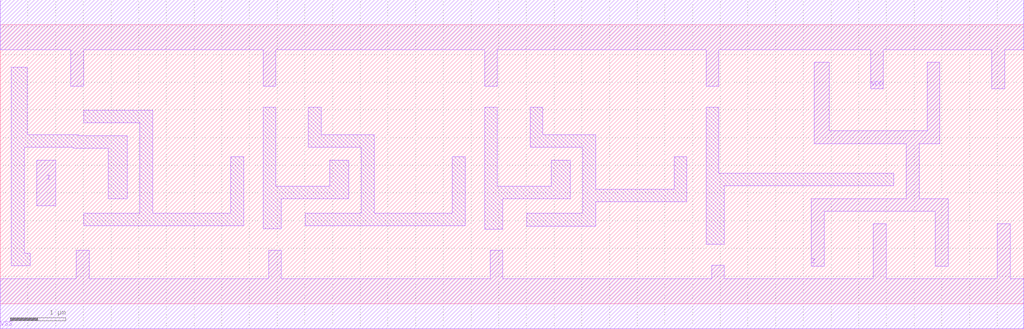
<source format=lef>
# Copyright 2022 GlobalFoundries PDK Authors
#
# Licensed under the Apache License, Version 2.0 (the "License");
# you may not use this file except in compliance with the License.
# You may obtain a copy of the License at
#
#      http://www.apache.org/licenses/LICENSE-2.0
#
# Unless required by applicable law or agreed to in writing, software
# distributed under the License is distributed on an "AS IS" BASIS,
# WITHOUT WARRANTIES OR CONDITIONS OF ANY KIND, either express or implied.
# See the License for the specific language governing permissions and
# limitations under the License.

MACRO gf180mcu_fd_sc_mcu9t5v0__dlyd_4
  CLASS core ;
  FOREIGN gf180mcu_fd_sc_mcu9t5v0__dlyd_4 0.0 0.0 ;
  ORIGIN 0 0 ;
  SYMMETRY X Y ;
  SITE GF018hv5v_green_sc9 ;
  SIZE 18.48 BY 5.04 ;
  PIN I
    DIRECTION INPUT ;
    ANTENNAGATEAREA 0.396 ;
    PORT
      LAYER METAL1 ;
        POLYGON 0.66 1.77 1 1.77 1 2.595 0.66 2.595  ;
    END
  END I
  PIN Z
    DIRECTION OUTPUT ;
    ANTENNADIFFAREA 3.825 ;
    PORT
      LAYER METAL1 ;
        POLYGON 14.695 2.89 16.13 2.89 16.36 2.89 16.36 1.9 14.645 1.9 14.645 0.68 14.875 0.68 14.875 1.67 16.885 1.67 16.885 0.68 17.115 0.68 17.115 1.9 16.59 1.9 16.59 2.89 16.965 2.89 16.965 4.36 16.735 4.36 16.735 3.12 16.13 3.12 14.97 3.12 14.97 4.36 14.695 4.36  ;
    END
  END Z
  PIN VDD
    DIRECTION INOUT ;
    USE power ;
    SHAPE ABUTMENT ;
    PORT
      LAYER METAL1 ;
        POLYGON 0 4.59 1.275 4.59 1.275 3.93 1.505 3.93 1.505 4.59 4.395 4.59 4.745 4.59 4.745 3.93 4.975 3.93 4.975 4.59 8.395 4.59 8.745 4.59 8.745 3.93 8.975 3.93 8.975 4.59 12.395 4.59 12.745 4.59 12.745 3.93 12.975 3.93 12.975 4.59 15.715 4.59 15.715 3.88 15.945 3.88 15.945 4.59 16.13 4.59 17.905 4.59 17.905 3.88 18.135 3.88 18.135 4.59 18.48 4.59 18.48 5.49 16.13 5.49 12.395 5.49 8.395 5.49 4.395 5.49 0 5.49  ;
    END
  END VDD
  PIN VSS
    DIRECTION INOUT ;
    USE ground ;
    SHAPE ABUTMENT ;
    PORT
      LAYER METAL1 ;
        POLYGON 0 -0.45 18.48 -0.45 18.48 0.45 18.235 0.45 18.235 1.44 18.005 1.44 18.005 0.45 15.995 0.45 15.995 1.44 15.765 1.44 15.765 0.45 13.075 0.45 13.075 0.695 12.845 0.695 12.845 0.45 9.075 0.45 9.075 0.965 8.845 0.965 8.845 0.45 5.075 0.45 5.075 0.97 4.845 0.97 4.845 0.45 1.605 0.45 1.605 0.97 1.375 0.97 1.375 0.45 0 0.45  ;
    END
  END VSS
  OBS
      LAYER METAL1 ;
        POLYGON 0.43 2.825 1.32 2.825 1.32 2.805 1.95 2.805 1.95 1.895 2.29 1.895 2.29 3.035 1.415 3.035 1.415 3.055 0.485 3.055 0.485 4.27 0.2 4.27 0.2 0.685 0.54 0.685 0.54 0.915 0.43 0.915  ;
        POLYGON 1.51 3.265 2.52 3.265 2.52 1.635 1.51 1.635 1.51 1.405 4.395 1.405 4.395 2.65 4.165 2.65 4.165 1.635 2.75 1.635 2.75 3.495 1.51 3.495  ;
        POLYGON 4.745 1.35 5.075 1.35 5.075 1.895 6.29 1.895 6.29 2.595 5.95 2.595 5.95 2.125 4.975 2.125 4.975 3.55 4.745 3.55  ;
        POLYGON 5.565 2.825 6.52 2.825 6.52 1.635 5.51 1.635 5.51 1.405 8.395 1.405 8.395 2.65 8.165 2.65 8.165 1.635 6.75 1.635 6.75 3.055 5.795 3.055 5.795 3.55 5.565 3.55  ;
        POLYGON 8.745 1.345 9.075 1.345 9.075 1.895 10.29 1.895 10.29 2.595 9.95 2.595 9.95 2.125 8.975 2.125 8.975 3.55 8.745 3.55  ;
        POLYGON 9.565 2.825 10.52 2.825 10.52 1.63 9.51 1.63 9.51 1.4 10.75 1.4 10.75 1.84 12.395 1.84 12.395 2.65 12.165 2.65 12.165 2.07 10.75 2.07 10.75 3.055 9.795 3.055 9.795 3.55 9.565 3.55  ;
        POLYGON 12.745 1.075 13.075 1.075 13.075 2.13 16.13 2.13 16.13 2.36 12.975 2.36 12.975 3.55 12.745 3.55  ;
  END
END gf180mcu_fd_sc_mcu9t5v0__dlyd_4

</source>
